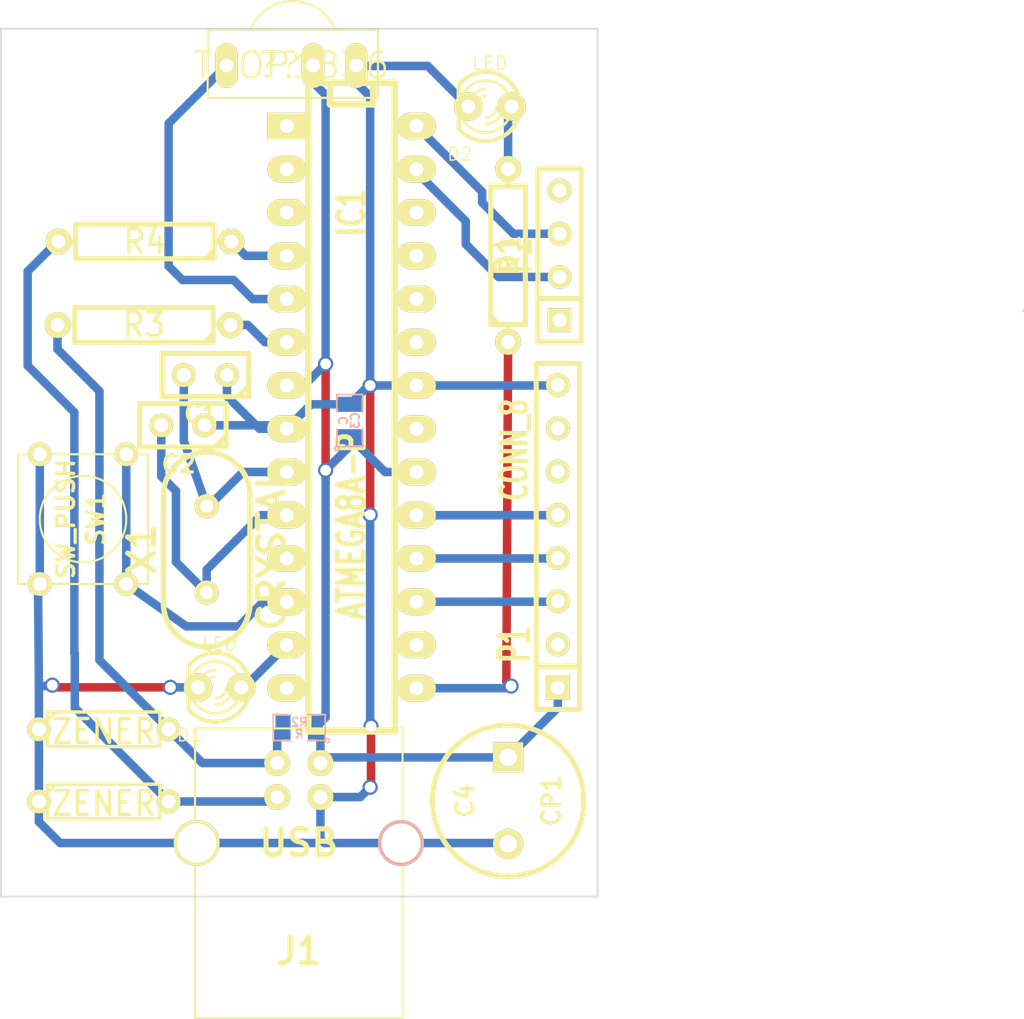
<source format=kicad_pcb>
(kicad_pcb (version 3) (host pcbnew "(2013-07-07 BZR 4022)-stable")

  (general
    (links 45)
    (no_connects 0)
    (area 40.843999 31.572999 75.996001 82.650801)
    (thickness 1.6)
    (drawings 5)
    (tracks 141)
    (zones 0)
    (modules 19)
    (nets 19)
  )

  (page A4)
  (layers
    (15 F.Cu signal)
    (0 B.Cu signal)
    (16 B.Adhes user)
    (17 F.Adhes user)
    (18 B.Paste user)
    (19 F.Paste user)
    (20 B.SilkS user)
    (21 F.SilkS user)
    (22 B.Mask user)
    (23 F.Mask user)
    (24 Dwgs.User user)
    (25 Cmts.User user)
    (26 Eco1.User user)
    (27 Eco2.User user)
    (28 Edge.Cuts user)
  )

  (setup
    (last_trace_width 0.5)
    (trace_clearance 0.254)
    (zone_clearance 0.508)
    (zone_45_only no)
    (trace_min 0.254)
    (segment_width 0.2)
    (edge_width 0.1)
    (via_size 0.889)
    (via_drill 0.635)
    (via_min_size 0.889)
    (via_min_drill 0.508)
    (uvia_size 0.508)
    (uvia_drill 0.127)
    (uvias_allowed no)
    (uvia_min_size 0.508)
    (uvia_min_drill 0.127)
    (pcb_text_width 0.3)
    (pcb_text_size 1.5 1.5)
    (mod_edge_width 0.15)
    (mod_text_size 1 1)
    (mod_text_width 0.15)
    (pad_size 1.3208 2.6416)
    (pad_drill 0.8128)
    (pad_to_mask_clearance 0)
    (aux_axis_origin 21.6916 19.7104)
    (visible_elements FFFFFFBF)
    (pcbplotparams
      (layerselection 271613952)
      (usegerberextensions false)
      (excludeedgelayer true)
      (linewidth 0.150000)
      (plotframeref false)
      (viasonmask false)
      (mode 1)
      (useauxorigin false)
      (hpglpennumber 1)
      (hpglpenspeed 20)
      (hpglpendiameter 15)
      (hpglpenoverlay 2)
      (psnegative false)
      (psa4output false)
      (plotreference true)
      (plotvalue true)
      (plotothertext true)
      (plotinvisibletext false)
      (padsonsilk false)
      (subtractmaskfromsilk false)
      (outputformat 5)
      (mirror false)
      (drillshape 0)
      (scaleselection 1)
      (outputdirectory "C:/Documents and Settings/shargalin.MITEX/Рабочий стол/"))
  )

  (net 0 "")
  (net 1 GND)
  (net 2 N-000001)
  (net 3 N-0000013)
  (net 4 N-0000014)
  (net 5 N-0000018)
  (net 6 N-0000019)
  (net 7 N-000002)
  (net 8 N-0000020)
  (net 9 N-0000021)
  (net 10 N-000003)
  (net 11 N-0000033)
  (net 12 N-0000034)
  (net 13 N-000004)
  (net 14 N-000005)
  (net 15 N-000006)
  (net 16 N-000007)
  (net 17 N-000008)
  (net 18 VCC)

  (net_class Default "Это класс цепей по умолчанию."
    (clearance 0.254)
    (trace_width 0.5)
    (via_dia 0.889)
    (via_drill 0.635)
    (uvia_dia 0.508)
    (uvia_drill 0.127)
    (add_net "")
    (add_net GND)
    (add_net N-000001)
    (add_net N-0000013)
    (add_net N-0000014)
    (add_net N-0000018)
    (add_net N-0000019)
    (add_net N-000002)
    (add_net N-0000020)
    (add_net N-0000021)
    (add_net N-000003)
    (add_net N-0000033)
    (add_net N-0000034)
    (add_net N-000004)
    (add_net N-000005)
    (add_net N-000006)
    (add_net N-000007)
    (add_net N-000008)
    (add_net VCC)
  )

  (module USB_B (layer F.Cu) (tedit 48A935FA) (tstamp 58A87C78)
    (at 58.3946 79.4512)
    (tags USB)
    (path /58A865F4)
    (fp_text reference J1 (at 0 6.35) (layer F.SilkS)
      (effects (font (size 1.524 1.524) (thickness 0.3048)))
    )
    (fp_text value USB (at 0 0) (layer F.SilkS)
      (effects (font (size 1.524 1.524) (thickness 0.3048)))
    )
    (fp_line (start -6.096 10.287) (end 6.096 10.287) (layer F.SilkS) (width 0.127))
    (fp_line (start 6.096 10.287) (end 6.096 -6.731) (layer F.SilkS) (width 0.127))
    (fp_line (start 6.096 -6.731) (end -6.096 -6.731) (layer F.SilkS) (width 0.127))
    (fp_line (start -6.096 -6.731) (end -6.096 10.287) (layer F.SilkS) (width 0.127))
    (pad 1 thru_hole circle (at 1.27 -4.699) (size 1.524 1.524) (drill 0.8128)
      (layers *.Cu *.Mask F.SilkS)
      (net 18 VCC)
    )
    (pad 2 thru_hole circle (at -1.27 -4.699) (size 1.524 1.524) (drill 0.8128)
      (layers *.Cu *.Mask F.SilkS)
      (net 9 N-0000021)
    )
    (pad 3 thru_hole circle (at -1.27 -2.70002) (size 1.524 1.524) (drill 0.8128)
      (layers *.Cu *.Mask F.SilkS)
      (net 8 N-0000020)
    )
    (pad 4 thru_hole circle (at 1.27 -2.70002) (size 1.524 1.524) (drill 0.8128)
      (layers *.Cu *.Mask F.SilkS)
      (net 1 GND)
    )
    (pad 5 np_thru_hole circle (at 5.99948 0) (size 2.70002 2.70002) (drill 2.30124)
      (layers *.Cu *.SilkS *.Mask)
      (net 1 GND)
    )
    (pad 6 thru_hole circle (at -5.99948 0) (size 2.70002 2.70002) (drill 2.30124)
      (layers *.Cu *.Mask F.SilkS)
      (net 1 GND)
    )
    (model connectors/USB_type_B.wrl
      (at (xyz 0 0 0.001))
      (scale (xyz 0.3937 0.3937 0.3937))
      (rotate (xyz 0 0 0))
    )
  )

  (module SW_PUSH_SMALL (layer F.Cu) (tedit 46544DB3) (tstamp 58A87C95)
    (at 45.72 60.4266 270)
    (path /58A87814)
    (fp_text reference SW1 (at 0 -0.762 270) (layer F.SilkS)
      (effects (font (size 1.016 1.016) (thickness 0.2032)))
    )
    (fp_text value SW_PUSH (at 0 1.016 270) (layer F.SilkS)
      (effects (font (size 1.016 1.016) (thickness 0.2032)))
    )
    (fp_circle (center 0 0) (end 0 -2.54) (layer F.SilkS) (width 0.127))
    (fp_line (start -3.81 -3.81) (end 3.81 -3.81) (layer F.SilkS) (width 0.127))
    (fp_line (start 3.81 -3.81) (end 3.81 3.81) (layer F.SilkS) (width 0.127))
    (fp_line (start 3.81 3.81) (end -3.81 3.81) (layer F.SilkS) (width 0.127))
    (fp_line (start -3.81 -3.81) (end -3.81 3.81) (layer F.SilkS) (width 0.127))
    (pad 1 thru_hole circle (at 3.81 -2.54 270) (size 1.397 1.397) (drill 0.8128)
      (layers *.Cu *.Mask F.SilkS)
      (net 16 N-000007)
    )
    (pad 2 thru_hole circle (at 3.81 2.54 270) (size 1.397 1.397) (drill 0.8128)
      (layers *.Cu *.Mask F.SilkS)
      (net 1 GND)
    )
    (pad 1 thru_hole circle (at -3.81 -2.54 270) (size 1.397 1.397) (drill 0.8128)
      (layers *.Cu *.Mask F.SilkS)
      (net 16 N-000007)
    )
    (pad 2 thru_hole circle (at -3.81 2.54 270) (size 1.397 1.397) (drill 0.8128)
      (layers *.Cu *.Mask F.SilkS)
      (net 1 GND)
    )
  )

  (module SIL-8 (layer F.Cu) (tedit 200000) (tstamp 58A87CA6)
    (at 73.6092 61.4426 90)
    (descr "Connecteur 8 pins")
    (tags "CONN DEV")
    (path /58A87676)
    (fp_text reference P1 (at -6.35 -2.54 90) (layer F.SilkS)
      (effects (font (size 1.72974 1.08712) (thickness 0.3048)))
    )
    (fp_text value CONN_8 (at 5.08 -2.54 90) (layer F.SilkS)
      (effects (font (size 1.524 1.016) (thickness 0.3048)))
    )
    (fp_line (start -10.16 -1.27) (end 10.16 -1.27) (layer F.SilkS) (width 0.3048))
    (fp_line (start 10.16 -1.27) (end 10.16 1.27) (layer F.SilkS) (width 0.3048))
    (fp_line (start 10.16 1.27) (end -10.16 1.27) (layer F.SilkS) (width 0.3048))
    (fp_line (start -10.16 1.27) (end -10.16 -1.27) (layer F.SilkS) (width 0.3048))
    (fp_line (start -7.62 1.27) (end -7.62 -1.27) (layer F.SilkS) (width 0.3048))
    (pad 1 thru_hole rect (at -8.89 0 90) (size 1.397 1.397) (drill 0.8128)
      (layers *.Cu *.Mask F.SilkS)
      (net 18 VCC)
    )
    (pad 2 thru_hole circle (at -6.35 0 90) (size 1.397 1.397) (drill 0.8128)
      (layers *.Cu *.Mask F.SilkS)
    )
    (pad 3 thru_hole circle (at -3.81 0 90) (size 1.397 1.397) (drill 0.8128)
      (layers *.Cu *.Mask F.SilkS)
      (net 14 N-000005)
    )
    (pad 4 thru_hole circle (at -1.27 0 90) (size 1.397 1.397) (drill 0.8128)
      (layers *.Cu *.Mask F.SilkS)
      (net 15 N-000006)
    )
    (pad 5 thru_hole circle (at 1.27 0 90) (size 1.397 1.397) (drill 0.8128)
      (layers *.Cu *.Mask F.SilkS)
      (net 2 N-000001)
    )
    (pad 6 thru_hole circle (at 3.81 0 90) (size 1.397 1.397) (drill 0.8128)
      (layers *.Cu *.Mask F.SilkS)
    )
    (pad 7 thru_hole circle (at 6.35 0 90) (size 1.397 1.397) (drill 0.8128)
      (layers *.Cu *.Mask F.SilkS)
    )
    (pad 8 thru_hole circle (at 8.89 0 90) (size 1.397 1.397) (drill 0.8128)
      (layers *.Cu *.Mask F.SilkS)
      (net 1 GND)
    )
  )

  (module R4 (layer F.Cu) (tedit 200000) (tstamp 58A87CC2)
    (at 49.3014 49.022 180)
    (descr "Resitance 4 pas")
    (tags R)
    (path /58A87CA0)
    (autoplace_cost180 10)
    (fp_text reference R3 (at 0 0 180) (layer F.SilkS)
      (effects (font (size 1.397 1.27) (thickness 0.2032)))
    )
    (fp_text value R (at 0 0 180) (layer F.SilkS) hide
      (effects (font (size 1.397 1.27) (thickness 0.2032)))
    )
    (fp_line (start -5.08 0) (end -4.064 0) (layer F.SilkS) (width 0.3048))
    (fp_line (start -4.064 0) (end -4.064 -1.016) (layer F.SilkS) (width 0.3048))
    (fp_line (start -4.064 -1.016) (end 4.064 -1.016) (layer F.SilkS) (width 0.3048))
    (fp_line (start 4.064 -1.016) (end 4.064 1.016) (layer F.SilkS) (width 0.3048))
    (fp_line (start 4.064 1.016) (end -4.064 1.016) (layer F.SilkS) (width 0.3048))
    (fp_line (start -4.064 1.016) (end -4.064 0) (layer F.SilkS) (width 0.3048))
    (fp_line (start -4.064 -0.508) (end -3.556 -1.016) (layer F.SilkS) (width 0.3048))
    (fp_line (start 5.08 0) (end 4.064 0) (layer F.SilkS) (width 0.3048))
    (pad 1 thru_hole circle (at -5.08 0 180) (size 1.524 1.524) (drill 0.8128)
      (layers *.Cu *.Mask F.SilkS)
      (net 5 N-0000018)
    )
    (pad 2 thru_hole circle (at 5.08 0 180) (size 1.524 1.524) (drill 0.8128)
      (layers *.Cu *.Mask F.SilkS)
      (net 9 N-0000021)
    )
    (model discret/resistor.wrl
      (at (xyz 0 0 0))
      (scale (xyz 0.4 0.4 0.4))
      (rotate (xyz 0 0 0))
    )
  )

  (module R4 (layer F.Cu) (tedit 200000) (tstamp 58A87CD0)
    (at 49.3522 44.1198 180)
    (descr "Resitance 4 pas")
    (tags R)
    (path /58A87C91)
    (autoplace_cost180 10)
    (fp_text reference R4 (at 0 0 180) (layer F.SilkS)
      (effects (font (size 1.397 1.27) (thickness 0.2032)))
    )
    (fp_text value R (at 0 0 180) (layer F.SilkS) hide
      (effects (font (size 1.397 1.27) (thickness 0.2032)))
    )
    (fp_line (start -5.08 0) (end -4.064 0) (layer F.SilkS) (width 0.3048))
    (fp_line (start -4.064 0) (end -4.064 -1.016) (layer F.SilkS) (width 0.3048))
    (fp_line (start -4.064 -1.016) (end 4.064 -1.016) (layer F.SilkS) (width 0.3048))
    (fp_line (start 4.064 -1.016) (end 4.064 1.016) (layer F.SilkS) (width 0.3048))
    (fp_line (start 4.064 1.016) (end -4.064 1.016) (layer F.SilkS) (width 0.3048))
    (fp_line (start -4.064 1.016) (end -4.064 0) (layer F.SilkS) (width 0.3048))
    (fp_line (start -4.064 -0.508) (end -3.556 -1.016) (layer F.SilkS) (width 0.3048))
    (fp_line (start 5.08 0) (end 4.064 0) (layer F.SilkS) (width 0.3048))
    (pad 1 thru_hole circle (at -5.08 0 180) (size 1.524 1.524) (drill 0.8128)
      (layers *.Cu *.Mask F.SilkS)
      (net 6 N-0000019)
    )
    (pad 2 thru_hole circle (at 5.08 0 180) (size 1.524 1.524) (drill 0.8128)
      (layers *.Cu *.Mask F.SilkS)
      (net 8 N-0000020)
    )
    (model discret/resistor.wrl
      (at (xyz 0 0 0))
      (scale (xyz 0.4 0.4 0.4))
      (rotate (xyz 0 0 0))
    )
  )

  (module R4 (layer F.Cu) (tedit 200000) (tstamp 58A87CDE)
    (at 70.6882 44.9326 90)
    (descr "Resitance 4 pas")
    (tags R)
    (path /58A87380)
    (autoplace_cost180 10)
    (fp_text reference R1 (at 0 0 90) (layer F.SilkS)
      (effects (font (size 1.397 1.27) (thickness 0.2032)))
    )
    (fp_text value R (at 0 0 90) (layer F.SilkS) hide
      (effects (font (size 1.397 1.27) (thickness 0.2032)))
    )
    (fp_line (start -5.08 0) (end -4.064 0) (layer F.SilkS) (width 0.3048))
    (fp_line (start -4.064 0) (end -4.064 -1.016) (layer F.SilkS) (width 0.3048))
    (fp_line (start -4.064 -1.016) (end 4.064 -1.016) (layer F.SilkS) (width 0.3048))
    (fp_line (start 4.064 -1.016) (end 4.064 1.016) (layer F.SilkS) (width 0.3048))
    (fp_line (start 4.064 1.016) (end -4.064 1.016) (layer F.SilkS) (width 0.3048))
    (fp_line (start -4.064 1.016) (end -4.064 0) (layer F.SilkS) (width 0.3048))
    (fp_line (start -4.064 -0.508) (end -3.556 -1.016) (layer F.SilkS) (width 0.3048))
    (fp_line (start 5.08 0) (end 4.064 0) (layer F.SilkS) (width 0.3048))
    (pad 1 thru_hole circle (at -5.08 0 90) (size 1.524 1.524) (drill 0.8128)
      (layers *.Cu *.Mask F.SilkS)
      (net 10 N-000003)
    )
    (pad 2 thru_hole circle (at 5.08 0 90) (size 1.524 1.524) (drill 0.8128)
      (layers *.Cu *.Mask F.SilkS)
      (net 13 N-000004)
    )
    (model discret/resistor.wrl
      (at (xyz 0 0 0))
      (scale (xyz 0.4 0.4 0.4))
      (rotate (xyz 0 0 0))
    )
  )

  (module LED-3MM (layer F.Cu) (tedit 50ADE848) (tstamp 58A87CF7)
    (at 69.6214 36.195 180)
    (descr "LED 3mm - Lead pitch 100mil (2,54mm)")
    (tags "LED led 3mm 3MM 100mil 2,54mm")
    (path /58A873F8)
    (fp_text reference D2 (at 1.778 -2.794 180) (layer F.SilkS)
      (effects (font (size 0.762 0.762) (thickness 0.0889)))
    )
    (fp_text value LED (at 0 2.54 180) (layer F.SilkS)
      (effects (font (size 0.762 0.762) (thickness 0.0889)))
    )
    (fp_line (start 1.8288 1.27) (end 1.8288 -1.27) (layer F.SilkS) (width 0.254))
    (fp_arc (start 0.254 0) (end -1.27 0) (angle 39.8) (layer F.SilkS) (width 0.1524))
    (fp_arc (start 0.254 0) (end -0.88392 1.01092) (angle 41.6) (layer F.SilkS) (width 0.1524))
    (fp_arc (start 0.254 0) (end 1.4097 -0.9906) (angle 40.6) (layer F.SilkS) (width 0.1524))
    (fp_arc (start 0.254 0) (end 1.778 0) (angle 39.8) (layer F.SilkS) (width 0.1524))
    (fp_arc (start 0.254 0) (end 0.254 -1.524) (angle 54.4) (layer F.SilkS) (width 0.1524))
    (fp_arc (start 0.254 0) (end -0.9652 -0.9144) (angle 53.1) (layer F.SilkS) (width 0.1524))
    (fp_arc (start 0.254 0) (end 1.45542 0.93472) (angle 52.1) (layer F.SilkS) (width 0.1524))
    (fp_arc (start 0.254 0) (end 0.254 1.524) (angle 52.1) (layer F.SilkS) (width 0.1524))
    (fp_arc (start 0.254 0) (end -0.381 0) (angle 90) (layer F.SilkS) (width 0.1524))
    (fp_arc (start 0.254 0) (end -0.762 0) (angle 90) (layer F.SilkS) (width 0.1524))
    (fp_arc (start 0.254 0) (end 0.889 0) (angle 90) (layer F.SilkS) (width 0.1524))
    (fp_arc (start 0.254 0) (end 1.27 0) (angle 90) (layer F.SilkS) (width 0.1524))
    (fp_arc (start 0.254 0) (end 0.254 -2.032) (angle 50.1) (layer F.SilkS) (width 0.254))
    (fp_arc (start 0.254 0) (end -1.5367 -0.95504) (angle 61.9) (layer F.SilkS) (width 0.254))
    (fp_arc (start 0.254 0) (end 1.8034 1.31064) (angle 49.7) (layer F.SilkS) (width 0.254))
    (fp_arc (start 0.254 0) (end 0.254 2.032) (angle 60.2) (layer F.SilkS) (width 0.254))
    (fp_arc (start 0.254 0) (end -1.778 0) (angle 28.3) (layer F.SilkS) (width 0.254))
    (fp_arc (start 0.254 0) (end -1.47574 1.06426) (angle 31.6) (layer F.SilkS) (width 0.254))
    (pad 1 thru_hole circle (at -1.27 0 180) (size 1.6764 1.6764) (drill 0.8128)
      (layers *.Cu *.Mask F.SilkS)
      (net 13 N-000004)
    )
    (pad 2 thru_hole circle (at 1.27 0 180) (size 1.6764 1.6764) (drill 0.8128)
      (layers *.Cu *.Mask F.SilkS)
      (net 1 GND)
    )
    (model discret/leds/led3_vertical_verde.wrl
      (at (xyz 0 0 0))
      (scale (xyz 1 1 1))
      (rotate (xyz 0 0 0))
    )
  )

  (module LED-3MM (layer F.Cu) (tedit 50ADE848) (tstamp 58A87D10)
    (at 53.7464 70.3072 180)
    (descr "LED 3mm - Lead pitch 100mil (2,54mm)")
    (tags "LED led 3mm 3MM 100mil 2,54mm")
    (path /58A8785B)
    (fp_text reference D1 (at 1.778 -2.794 180) (layer F.SilkS)
      (effects (font (size 0.762 0.762) (thickness 0.0889)))
    )
    (fp_text value LED (at 0 2.54 180) (layer F.SilkS)
      (effects (font (size 0.762 0.762) (thickness 0.0889)))
    )
    (fp_line (start 1.8288 1.27) (end 1.8288 -1.27) (layer F.SilkS) (width 0.254))
    (fp_arc (start 0.254 0) (end -1.27 0) (angle 39.8) (layer F.SilkS) (width 0.1524))
    (fp_arc (start 0.254 0) (end -0.88392 1.01092) (angle 41.6) (layer F.SilkS) (width 0.1524))
    (fp_arc (start 0.254 0) (end 1.4097 -0.9906) (angle 40.6) (layer F.SilkS) (width 0.1524))
    (fp_arc (start 0.254 0) (end 1.778 0) (angle 39.8) (layer F.SilkS) (width 0.1524))
    (fp_arc (start 0.254 0) (end 0.254 -1.524) (angle 54.4) (layer F.SilkS) (width 0.1524))
    (fp_arc (start 0.254 0) (end -0.9652 -0.9144) (angle 53.1) (layer F.SilkS) (width 0.1524))
    (fp_arc (start 0.254 0) (end 1.45542 0.93472) (angle 52.1) (layer F.SilkS) (width 0.1524))
    (fp_arc (start 0.254 0) (end 0.254 1.524) (angle 52.1) (layer F.SilkS) (width 0.1524))
    (fp_arc (start 0.254 0) (end -0.381 0) (angle 90) (layer F.SilkS) (width 0.1524))
    (fp_arc (start 0.254 0) (end -0.762 0) (angle 90) (layer F.SilkS) (width 0.1524))
    (fp_arc (start 0.254 0) (end 0.889 0) (angle 90) (layer F.SilkS) (width 0.1524))
    (fp_arc (start 0.254 0) (end 1.27 0) (angle 90) (layer F.SilkS) (width 0.1524))
    (fp_arc (start 0.254 0) (end 0.254 -2.032) (angle 50.1) (layer F.SilkS) (width 0.254))
    (fp_arc (start 0.254 0) (end -1.5367 -0.95504) (angle 61.9) (layer F.SilkS) (width 0.254))
    (fp_arc (start 0.254 0) (end 1.8034 1.31064) (angle 49.7) (layer F.SilkS) (width 0.254))
    (fp_arc (start 0.254 0) (end 0.254 2.032) (angle 60.2) (layer F.SilkS) (width 0.254))
    (fp_arc (start 0.254 0) (end -1.778 0) (angle 28.3) (layer F.SilkS) (width 0.254))
    (fp_arc (start 0.254 0) (end -1.47574 1.06426) (angle 31.6) (layer F.SilkS) (width 0.254))
    (pad 1 thru_hole circle (at -1.27 0 180) (size 1.6764 1.6764) (drill 0.8128)
      (layers *.Cu *.Mask F.SilkS)
      (net 17 N-000008)
    )
    (pad 2 thru_hole circle (at 1.27 0 180) (size 1.6764 1.6764) (drill 0.8128)
      (layers *.Cu *.Mask F.SilkS)
      (net 1 GND)
    )
    (model discret/leds/led3_vertical_verde.wrl
      (at (xyz 0 0 0))
      (scale (xyz 1 1 1))
      (rotate (xyz 0 0 0))
    )
  )

  (module HC-49V (layer F.Cu) (tedit 4C5EC450) (tstamp 58A87D1C)
    (at 52.9844 62.2046 90)
    (descr "Quartz boitier HC-49 Vertical")
    (tags "QUARTZ DEV")
    (path /58A86F8D)
    (autoplace_cost180 10)
    (fp_text reference X1 (at 0 -3.81 90) (layer F.SilkS)
      (effects (font (size 1.524 1.524) (thickness 0.3048)))
    )
    (fp_text value CRYSTAL (at 0 3.81 90) (layer F.SilkS)
      (effects (font (size 1.524 1.524) (thickness 0.3048)))
    )
    (fp_line (start -3.175 2.54) (end 3.175 2.54) (layer F.SilkS) (width 0.3175))
    (fp_line (start -3.175 -2.54) (end 3.175 -2.54) (layer F.SilkS) (width 0.3175))
    (fp_arc (start 3.175 0) (end 3.175 -2.54) (angle 90) (layer F.SilkS) (width 0.3175))
    (fp_arc (start 3.175 0) (end 5.715 0) (angle 90) (layer F.SilkS) (width 0.3175))
    (fp_arc (start -3.175 0) (end -5.715 0) (angle 90) (layer F.SilkS) (width 0.3175))
    (fp_arc (start -3.175 0) (end -3.175 2.54) (angle 90) (layer F.SilkS) (width 0.3175))
    (pad 1 thru_hole circle (at -2.54 0 90) (size 1.4224 1.4224) (drill 0.762)
      (layers *.Cu *.Mask F.SilkS)
      (net 12 N-0000034)
    )
    (pad 2 thru_hole circle (at 2.54 0 90) (size 1.4224 1.4224) (drill 0.762)
      (layers *.Cu *.Mask F.SilkS)
      (net 11 N-0000033)
    )
    (model discret/xtal/crystal_hc18u_vertical.wrl
      (at (xyz 0 0 0))
      (scale (xyz 1 1 0.2))
      (rotate (xyz 0 0 0))
    )
  )

  (module DIP-28__300_ELL (layer F.Cu) (tedit 200000) (tstamp 58A87D43)
    (at 61.4934 53.848 270)
    (descr "28 pins DIL package, elliptical pads, width 300mil")
    (tags DIL)
    (path /58A864BD)
    (fp_text reference IC1 (at -11.43 0 270) (layer F.SilkS)
      (effects (font (size 1.524 1.143) (thickness 0.3048)))
    )
    (fp_text value ATMEGA8A-P (at 6.985 0 270) (layer F.SilkS)
      (effects (font (size 1.524 1.143) (thickness 0.3048)))
    )
    (fp_line (start -19.05 -2.54) (end 19.05 -2.54) (layer F.SilkS) (width 0.381))
    (fp_line (start 19.05 -2.54) (end 19.05 2.54) (layer F.SilkS) (width 0.381))
    (fp_line (start 19.05 2.54) (end -19.05 2.54) (layer F.SilkS) (width 0.381))
    (fp_line (start -19.05 2.54) (end -19.05 -2.54) (layer F.SilkS) (width 0.381))
    (fp_line (start -19.05 -1.27) (end -17.78 -1.27) (layer F.SilkS) (width 0.381))
    (fp_line (start -17.78 -1.27) (end -17.78 1.27) (layer F.SilkS) (width 0.381))
    (fp_line (start -17.78 1.27) (end -19.05 1.27) (layer F.SilkS) (width 0.381))
    (pad 2 thru_hole oval (at -13.97 3.81 270) (size 1.5748 2.286) (drill 0.8128)
      (layers *.Cu *.Mask F.SilkS)
    )
    (pad 3 thru_hole oval (at -11.43 3.81 270) (size 1.5748 2.286) (drill 0.8128)
      (layers *.Cu *.Mask F.SilkS)
    )
    (pad 4 thru_hole oval (at -8.89 3.81 270) (size 1.5748 2.286) (drill 0.8128)
      (layers *.Cu *.Mask F.SilkS)
      (net 6 N-0000019)
    )
    (pad 5 thru_hole oval (at -6.35 3.81 270) (size 1.5748 2.286) (drill 0.8128)
      (layers *.Cu *.Mask F.SilkS)
      (net 7 N-000002)
    )
    (pad 6 thru_hole oval (at -3.81 3.81 270) (size 1.5748 2.286) (drill 0.8128)
      (layers *.Cu *.Mask F.SilkS)
      (net 5 N-0000018)
    )
    (pad 7 thru_hole oval (at -1.27 3.81 270) (size 1.5748 2.286) (drill 0.8128)
      (layers *.Cu *.Mask F.SilkS)
      (net 18 VCC)
    )
    (pad 8 thru_hole oval (at 1.27 3.81 270) (size 1.5748 2.286) (drill 0.8128)
      (layers *.Cu *.Mask F.SilkS)
      (net 1 GND)
    )
    (pad 9 thru_hole oval (at 3.81 3.81 270) (size 1.5748 2.286) (drill 0.8128)
      (layers *.Cu *.Mask F.SilkS)
      (net 11 N-0000033)
    )
    (pad 10 thru_hole oval (at 6.35 3.81 270) (size 1.5748 2.286) (drill 0.8128)
      (layers *.Cu *.Mask F.SilkS)
      (net 12 N-0000034)
    )
    (pad 11 thru_hole oval (at 8.89 3.81 270) (size 1.5748 2.286) (drill 0.8128)
      (layers *.Cu *.Mask F.SilkS)
    )
    (pad 12 thru_hole oval (at 11.43 3.81 270) (size 1.5748 2.286) (drill 0.8128)
      (layers *.Cu *.Mask F.SilkS)
      (net 16 N-000007)
    )
    (pad 13 thru_hole oval (at 13.97 3.81 270) (size 1.5748 2.286) (drill 0.8128)
      (layers *.Cu *.Mask F.SilkS)
      (net 17 N-000008)
    )
    (pad 14 thru_hole oval (at 16.51 3.81 270) (size 1.5748 2.286) (drill 0.8128)
      (layers *.Cu *.Mask F.SilkS)
    )
    (pad 1 thru_hole rect (at -16.51 3.81 270) (size 1.5748 2.286) (drill 0.8128)
      (layers *.Cu *.Mask F.SilkS)
    )
    (pad 15 thru_hole oval (at 16.51 -3.81 270) (size 1.5748 2.286) (drill 0.8128)
      (layers *.Cu *.Mask F.SilkS)
      (net 10 N-000003)
    )
    (pad 16 thru_hole oval (at 13.97 -3.81 270) (size 1.5748 2.286) (drill 0.8128)
      (layers *.Cu *.Mask F.SilkS)
    )
    (pad 17 thru_hole oval (at 11.43 -3.81 270) (size 1.5748 2.286) (drill 0.8128)
      (layers *.Cu *.Mask F.SilkS)
      (net 14 N-000005)
    )
    (pad 18 thru_hole oval (at 8.89 -3.81 270) (size 1.5748 2.286) (drill 0.8128)
      (layers *.Cu *.Mask F.SilkS)
      (net 15 N-000006)
    )
    (pad 19 thru_hole oval (at 6.35 -3.81 270) (size 1.5748 2.286) (drill 0.8128)
      (layers *.Cu *.Mask F.SilkS)
      (net 2 N-000001)
    )
    (pad 20 thru_hole oval (at 3.81 -3.81 270) (size 1.5748 2.286) (drill 0.8128)
      (layers *.Cu *.Mask F.SilkS)
      (net 18 VCC)
    )
    (pad 21 thru_hole oval (at 1.27 -3.81 270) (size 1.5748 2.286) (drill 0.8128)
      (layers *.Cu *.Mask F.SilkS)
    )
    (pad 22 thru_hole oval (at -1.27 -3.81 270) (size 1.5748 2.286) (drill 0.8128)
      (layers *.Cu *.Mask F.SilkS)
      (net 1 GND)
    )
    (pad 23 thru_hole oval (at -3.81 -3.81 270) (size 1.5748 2.286) (drill 0.8128)
      (layers *.Cu *.Mask F.SilkS)
    )
    (pad 24 thru_hole oval (at -6.35 -3.81 270) (size 1.5748 2.286) (drill 0.8128)
      (layers *.Cu *.Mask F.SilkS)
    )
    (pad 25 thru_hole oval (at -8.89 -3.81 270) (size 1.5748 2.286) (drill 0.8128)
      (layers *.Cu *.Mask F.SilkS)
    )
    (pad 26 thru_hole oval (at -11.43 -3.81 270) (size 1.5748 2.286) (drill 0.8128)
      (layers *.Cu *.Mask F.SilkS)
    )
    (pad 27 thru_hole oval (at -13.97 -3.81 270) (size 1.5748 2.286) (drill 0.8128)
      (layers *.Cu *.Mask F.SilkS)
      (net 3 N-0000013)
    )
    (pad 28 thru_hole oval (at -16.51 -3.81 270) (size 1.5748 2.286) (drill 0.8128)
      (layers *.Cu *.Mask F.SilkS)
      (net 4 N-0000014)
    )
    (model dil/dil_28-w300.wrl
      (at (xyz 0 0 0))
      (scale (xyz 1 1 1))
      (rotate (xyz 0 0 0))
    )
  )

  (module C1 (layer F.Cu) (tedit 3F92C496) (tstamp 58A87D84)
    (at 51.5874 54.9148 180)
    (descr "Condensateur e = 1 pas")
    (tags C)
    (path /58A86788)
    (fp_text reference C2 (at 0.254 -2.286 180) (layer F.SilkS)
      (effects (font (size 1.016 1.016) (thickness 0.2032)))
    )
    (fp_text value C (at 0 -2.286 180) (layer F.SilkS) hide
      (effects (font (size 1.016 1.016) (thickness 0.2032)))
    )
    (fp_line (start -2.4892 -1.27) (end 2.54 -1.27) (layer F.SilkS) (width 0.3048))
    (fp_line (start 2.54 -1.27) (end 2.54 1.27) (layer F.SilkS) (width 0.3048))
    (fp_line (start 2.54 1.27) (end -2.54 1.27) (layer F.SilkS) (width 0.3048))
    (fp_line (start -2.54 1.27) (end -2.54 -1.27) (layer F.SilkS) (width 0.3048))
    (fp_line (start -2.54 -0.635) (end -1.905 -1.27) (layer F.SilkS) (width 0.3048))
    (pad 1 thru_hole circle (at -1.27 0 180) (size 1.397 1.397) (drill 0.8128)
      (layers *.Cu *.Mask F.SilkS)
      (net 1 GND)
    )
    (pad 2 thru_hole circle (at 1.27 0 180) (size 1.397 1.397) (drill 0.8128)
      (layers *.Cu *.Mask F.SilkS)
      (net 12 N-0000034)
    )
    (model discret/capa_1_pas.wrl
      (at (xyz 0 0 0))
      (scale (xyz 1 1 1))
      (rotate (xyz 0 0 0))
    )
  )

  (module C1 (layer F.Cu) (tedit 3F92C496) (tstamp 58A87D8F)
    (at 52.9082 51.9684 180)
    (descr "Condensateur e = 1 pas")
    (tags C)
    (path /58A86779)
    (fp_text reference C1 (at 0.254 -2.286 180) (layer F.SilkS)
      (effects (font (size 1.016 1.016) (thickness 0.2032)))
    )
    (fp_text value C (at 0 -2.286 180) (layer F.SilkS) hide
      (effects (font (size 1.016 1.016) (thickness 0.2032)))
    )
    (fp_line (start -2.4892 -1.27) (end 2.54 -1.27) (layer F.SilkS) (width 0.3048))
    (fp_line (start 2.54 -1.27) (end 2.54 1.27) (layer F.SilkS) (width 0.3048))
    (fp_line (start 2.54 1.27) (end -2.54 1.27) (layer F.SilkS) (width 0.3048))
    (fp_line (start -2.54 1.27) (end -2.54 -1.27) (layer F.SilkS) (width 0.3048))
    (fp_line (start -2.54 -0.635) (end -1.905 -1.27) (layer F.SilkS) (width 0.3048))
    (pad 1 thru_hole circle (at -1.27 0 180) (size 1.397 1.397) (drill 0.8128)
      (layers *.Cu *.Mask F.SilkS)
      (net 1 GND)
    )
    (pad 2 thru_hole circle (at 1.27 0 180) (size 1.397 1.397) (drill 0.8128)
      (layers *.Cu *.Mask F.SilkS)
      (net 11 N-0000033)
    )
    (model discret/capa_1_pas.wrl
      (at (xyz 0 0 0))
      (scale (xyz 1 1 1))
      (rotate (xyz 0 0 0))
    )
  )

  (module SM0805 (layer B.Cu) (tedit 5091495C) (tstamp 58A87CB4)
    (at 58.42 72.6694 180)
    (path /58A87F5F)
    (attr smd)
    (fp_text reference R2 (at 0 0.3175 180) (layer B.SilkS)
      (effects (font (size 0.50038 0.50038) (thickness 0.10922)) (justify mirror))
    )
    (fp_text value R (at 0 -0.381 180) (layer B.SilkS)
      (effects (font (size 0.50038 0.50038) (thickness 0.10922)) (justify mirror))
    )
    (fp_circle (center -1.651 -0.762) (end -1.651 -0.635) (layer B.SilkS) (width 0.09906))
    (fp_line (start -0.508 -0.762) (end -1.524 -0.762) (layer B.SilkS) (width 0.09906))
    (fp_line (start -1.524 -0.762) (end -1.524 0.762) (layer B.SilkS) (width 0.09906))
    (fp_line (start -1.524 0.762) (end -0.508 0.762) (layer B.SilkS) (width 0.09906))
    (fp_line (start 0.508 0.762) (end 1.524 0.762) (layer B.SilkS) (width 0.09906))
    (fp_line (start 1.524 0.762) (end 1.524 -0.762) (layer B.SilkS) (width 0.09906))
    (fp_line (start 1.524 -0.762) (end 0.508 -0.762) (layer B.SilkS) (width 0.09906))
    (pad 1 smd rect (at -0.9525 0 180) (size 0.889 1.397)
      (layers B.Cu B.Paste B.Mask)
      (net 18 VCC)
    )
    (pad 2 smd rect (at 0.9525 0 180) (size 0.889 1.397)
      (layers B.Cu B.Paste B.Mask)
      (net 9 N-0000021)
    )
    (model smd/chip_cms.wrl
      (at (xyz 0 0 0))
      (scale (xyz 0.1 0.1 0.1))
      (rotate (xyz 0 0 0))
    )
  )

  (module SM0805 (layer B.Cu) (tedit 5091495C) (tstamp 58A87D79)
    (at 61.3918 54.6354 90)
    (path /58A879C3)
    (attr smd)
    (fp_text reference C3 (at 0 0.3175 90) (layer B.SilkS)
      (effects (font (size 0.50038 0.50038) (thickness 0.10922)) (justify mirror))
    )
    (fp_text value C (at 0 -0.381 90) (layer B.SilkS)
      (effects (font (size 0.50038 0.50038) (thickness 0.10922)) (justify mirror))
    )
    (fp_circle (center -1.651 -0.762) (end -1.651 -0.635) (layer B.SilkS) (width 0.09906))
    (fp_line (start -0.508 -0.762) (end -1.524 -0.762) (layer B.SilkS) (width 0.09906))
    (fp_line (start -1.524 -0.762) (end -1.524 0.762) (layer B.SilkS) (width 0.09906))
    (fp_line (start -1.524 0.762) (end -0.508 0.762) (layer B.SilkS) (width 0.09906))
    (fp_line (start 0.508 0.762) (end 1.524 0.762) (layer B.SilkS) (width 0.09906))
    (fp_line (start 1.524 0.762) (end 1.524 -0.762) (layer B.SilkS) (width 0.09906))
    (fp_line (start 1.524 -0.762) (end 0.508 -0.762) (layer B.SilkS) (width 0.09906))
    (pad 1 smd rect (at -0.9525 0 90) (size 0.889 1.397)
      (layers B.Cu B.Paste B.Mask)
      (net 18 VCC)
    )
    (pad 2 smd rect (at 0.9525 0 90) (size 0.889 1.397)
      (layers B.Cu B.Paste B.Mask)
      (net 1 GND)
    )
    (model smd/chip_cms.wrl
      (at (xyz 0 0 0))
      (scale (xyz 0.1 0.1 0.1))
      (rotate (xyz 0 0 0))
    )
  )

  (module SIL-4 (layer F.Cu) (tedit 200000) (tstamp 58A890BC)
    (at 73.7108 44.9326 90)
    (descr "Connecteur 4 pibs")
    (tags "CONN DEV")
    (path /58A88FF0)
    (fp_text reference P2 (at 0 -2.54 90) (layer F.SilkS)
      (effects (font (size 1.73482 1.08712) (thickness 0.3048)))
    )
    (fp_text value CONN_4 (at 0 -2.54 90) (layer F.SilkS) hide
      (effects (font (size 1.524 1.016) (thickness 0.3048)))
    )
    (fp_line (start -5.08 -1.27) (end -5.08 -1.27) (layer F.SilkS) (width 0.3048))
    (fp_line (start -5.08 1.27) (end -5.08 -1.27) (layer F.SilkS) (width 0.3048))
    (fp_line (start -5.08 -1.27) (end -5.08 -1.27) (layer F.SilkS) (width 0.3048))
    (fp_line (start -5.08 -1.27) (end 5.08 -1.27) (layer F.SilkS) (width 0.3048))
    (fp_line (start 5.08 -1.27) (end 5.08 1.27) (layer F.SilkS) (width 0.3048))
    (fp_line (start 5.08 1.27) (end -5.08 1.27) (layer F.SilkS) (width 0.3048))
    (fp_line (start -2.54 1.27) (end -2.54 -1.27) (layer F.SilkS) (width 0.3048))
    (pad 1 thru_hole rect (at -3.81 0 90) (size 1.397 1.397) (drill 0.8128)
      (layers *.Cu *.Mask F.SilkS)
    )
    (pad 2 thru_hole circle (at -1.27 0 90) (size 1.397 1.397) (drill 0.8128)
      (layers *.Cu *.Mask F.SilkS)
      (net 3 N-0000013)
    )
    (pad 3 thru_hole circle (at 1.27 0 90) (size 1.397 1.397) (drill 0.8128)
      (layers *.Cu *.Mask F.SilkS)
      (net 4 N-0000014)
    )
    (pad 4 thru_hole circle (at 3.81 0 90) (size 1.397 1.397) (drill 0.8128)
      (layers *.Cu *.Mask F.SilkS)
    )
  )

  (module C2V8 (layer F.Cu) (tedit 46544AA3) (tstamp 58A87D6E)
    (at 70.6882 76.962 270)
    (descr "Condensateur polarise")
    (tags CP)
    (path /58A879D2)
    (fp_text reference C4 (at 0 2.54 270) (layer F.SilkS)
      (effects (font (size 1.016 1.016) (thickness 0.2032)))
    )
    (fp_text value CP1 (at 0 -2.54 270) (layer F.SilkS)
      (effects (font (size 1.016 1.016) (thickness 0.2032)))
    )
    (fp_circle (center 0 0) (end -4.445 0) (layer F.SilkS) (width 0.3048))
    (pad 1 thru_hole rect (at -2.54 0 270) (size 1.778 1.778) (drill 1.016)
      (layers *.Cu *.Mask F.SilkS)
      (net 18 VCC)
    )
    (pad 2 thru_hole circle (at 2.54 0 270) (size 1.778 1.778) (drill 1.016)
      (layers *.Cu *.Mask F.SilkS)
      (net 1 GND)
    )
    (model discret/c_vert_c2v10.wrl
      (at (xyz 0 0 0))
      (scale (xyz 1 1 1))
      (rotate (xyz 0 0 0))
    )
  )

  (module R3 (layer F.Cu) (tedit 4E4C0E65) (tstamp 58A87D51)
    (at 46.9392 77.0128)
    (descr "Resitance 3 pas")
    (tags R)
    (path /58A87DC1)
    (autoplace_cost180 10)
    (fp_text reference D4 (at 0 0.127) (layer F.SilkS) hide
      (effects (font (size 1.397 1.27) (thickness 0.2032)))
    )
    (fp_text value ZENER (at 0 0.127) (layer F.SilkS)
      (effects (font (size 1.397 1.27) (thickness 0.2032)))
    )
    (fp_line (start -3.81 0) (end -3.302 0) (layer F.SilkS) (width 0.2032))
    (fp_line (start 3.81 0) (end 3.302 0) (layer F.SilkS) (width 0.2032))
    (fp_line (start 3.302 0) (end 3.302 -1.016) (layer F.SilkS) (width 0.2032))
    (fp_line (start 3.302 -1.016) (end -3.302 -1.016) (layer F.SilkS) (width 0.2032))
    (fp_line (start -3.302 -1.016) (end -3.302 1.016) (layer F.SilkS) (width 0.2032))
    (fp_line (start -3.302 1.016) (end 3.302 1.016) (layer F.SilkS) (width 0.2032))
    (fp_line (start 3.302 1.016) (end 3.302 0) (layer F.SilkS) (width 0.2032))
    (fp_line (start -3.302 -0.508) (end -2.794 -1.016) (layer F.SilkS) (width 0.2032))
    (pad 1 thru_hole circle (at -3.81 0) (size 1.397 1.397) (drill 0.8128)
      (layers *.Cu *.Mask F.SilkS)
      (net 1 GND)
    )
    (pad 2 thru_hole circle (at 3.81 0) (size 1.397 1.397) (drill 0.8128)
      (layers *.Cu *.Mask F.SilkS)
      (net 8 N-0000020)
    )
    (model discret/resistor.wrl
      (at (xyz 0 0 0))
      (scale (xyz 0.3 0.3 0.3))
      (rotate (xyz 0 0 0))
    )
  )

  (module R3 (layer F.Cu) (tedit 4E4C0E65) (tstamp 58A87D5F)
    (at 46.9392 72.771)
    (descr "Resitance 3 pas")
    (tags R)
    (path /58A87DD0)
    (autoplace_cost180 10)
    (fp_text reference D3 (at 0 0.127) (layer F.SilkS) hide
      (effects (font (size 1.397 1.27) (thickness 0.2032)))
    )
    (fp_text value ZENER (at 0 0.127) (layer F.SilkS)
      (effects (font (size 1.397 1.27) (thickness 0.2032)))
    )
    (fp_line (start -3.81 0) (end -3.302 0) (layer F.SilkS) (width 0.2032))
    (fp_line (start 3.81 0) (end 3.302 0) (layer F.SilkS) (width 0.2032))
    (fp_line (start 3.302 0) (end 3.302 -1.016) (layer F.SilkS) (width 0.2032))
    (fp_line (start 3.302 -1.016) (end -3.302 -1.016) (layer F.SilkS) (width 0.2032))
    (fp_line (start -3.302 -1.016) (end -3.302 1.016) (layer F.SilkS) (width 0.2032))
    (fp_line (start -3.302 1.016) (end 3.302 1.016) (layer F.SilkS) (width 0.2032))
    (fp_line (start 3.302 1.016) (end 3.302 0) (layer F.SilkS) (width 0.2032))
    (fp_line (start -3.302 -0.508) (end -2.794 -1.016) (layer F.SilkS) (width 0.2032))
    (pad 1 thru_hole circle (at -3.81 0) (size 1.397 1.397) (drill 0.8128)
      (layers *.Cu *.Mask F.SilkS)
      (net 1 GND)
    )
    (pad 2 thru_hole circle (at 3.81 0) (size 1.397 1.397) (drill 0.8128)
      (layers *.Cu *.Mask F.SilkS)
      (net 9 N-0000021)
    )
    (model discret/resistor.wrl
      (at (xyz 0 0 0))
      (scale (xyz 0.3 0.3 0.3))
      (rotate (xyz 0 0 0))
    )
  )

  (module tsop-TSOP17XX (layer F.Cu) (tedit 58A89F1B) (tstamp 58A89F72)
    (at 57.9628 33.782 180)
    (path /58A87161)
    (attr virtual)
    (fp_text reference ??1 (at 0 0 180) (layer F.SilkS)
      (effects (font (size 1.524 1.524) (thickness 0.15)))
    )
    (fp_text value TSOP1836 (at 0 0 180) (layer F.SilkS)
      (effects (font (size 1.524 1.524) (thickness 0.15)))
    )
    (fp_line (start -5.08 -1.905) (end -2.5781 -1.905) (layer F.SilkS) (width 0.127))
    (fp_line (start -2.5781 -1.905) (end 2.41808 -1.905) (layer F.SilkS) (width 0.127))
    (fp_line (start 2.41808 -1.905) (end 4.91998 -1.905) (layer F.SilkS) (width 0.127))
    (fp_line (start 4.91998 -1.905) (end 4.91998 2.09296) (layer F.SilkS) (width 0.127))
    (fp_line (start -5.08 2.09296) (end -5.08 -1.905) (layer F.SilkS) (width 0.127))
    (fp_line (start -5.08 2.09296) (end -2.5781 2.09296) (layer F.SilkS) (width 0.127))
    (fp_line (start -2.5781 2.09296) (end 2.41808 2.09296) (layer F.SilkS) (width 0.127))
    (fp_line (start 2.41808 2.09296) (end 4.91998 2.09296) (layer F.SilkS) (width 0.127))
    (fp_arc (start -0.07874 1.09474) (end 2.41808 2.09296) (angle 136.3) (layer F.SilkS) (width 0.127))
    (pad GND thru_hole oval (at -3.81 0 180) (size 1.3208 2.6416) (drill 0.8128)
      (layers *.Cu F.Paste F.SilkS F.Mask)
      (net 1 GND)
    )
    (pad OUT thru_hole oval (at 3.81 0 180) (size 1.3208 2.6416) (drill 0.8128)
      (layers *.Cu F.Paste F.SilkS F.Mask)
      (net 7 N-000002)
    )
    (pad VCC thru_hole oval (at -1.27 0 180) (size 1.3208 2.6416) (drill 0.8128)
      (layers *.Cu F.Paste F.SilkS F.Mask)
      (net 18 VCC)
    )
  )

  (gr_line (start 40.894 82.6008) (end 40.894 31.623) (angle 90) (layer Edge.Cuts) (width 0.1))
  (gr_line (start 75.946 82.6008) (end 40.894 82.6008) (angle 90) (layer Edge.Cuts) (width 0.1))
  (gr_line (start 75.946 31.623) (end 75.946 82.6008) (angle 90) (layer Edge.Cuts) (width 0.1))
  (gr_line (start 40.894 31.623) (end 75.946 31.623) (angle 90) (layer Edge.Cuts) (width 0.1))
  (target plus (at 100.9904 48.1838) (size 0.005) (width 0.1) (layer Edge.Cuts))

  (segment (start 43.1292 70.231) (end 43.8658 70.231) (width 0.5) (layer B.Cu) (net 1))
  (segment (start 50.8508 70.3072) (end 52.4764 70.3072) (width 0.5) (layer B.Cu) (net 1) (tstamp 58A89A6D))
  (via (at 50.8508 70.3072) (size 0.889) (layers F.Cu B.Cu) (net 1))
  (segment (start 44.0436 70.3072) (end 50.8508 70.3072) (width 0.5) (layer F.Cu) (net 1) (tstamp 58A89A67))
  (segment (start 43.9166 70.1802) (end 44.0436 70.3072) (width 0.5) (layer F.Cu) (net 1) (tstamp 58A89A66))
  (via (at 43.9166 70.1802) (size 0.889) (layers F.Cu B.Cu) (net 1))
  (segment (start 43.8658 70.231) (end 43.9166 70.1802) (width 0.5) (layer B.Cu) (net 1) (tstamp 58A89A5D))
  (segment (start 52.8574 54.9148) (end 57.4802 54.9148) (width 0.5) (layer B.Cu) (net 1))
  (segment (start 57.4802 54.9148) (end 57.6834 55.118) (width 0.5) (layer B.Cu) (net 1) (tstamp 58A899DF))
  (segment (start 59.6646 76.75118) (end 62.00902 76.75118) (width 0.5) (layer B.Cu) (net 1))
  (via (at 62.5856 52.578) (size 0.889) (layers F.Cu B.Cu) (net 1))
  (segment (start 62.5856 60.1726) (end 62.5856 52.578) (width 0.5) (layer F.Cu) (net 1) (tstamp 58A8992E))
  (via (at 62.5856 60.1726) (size 0.889) (layers F.Cu B.Cu) (net 1))
  (segment (start 62.5856 72.5424) (end 62.5856 60.1726) (width 0.5) (layer B.Cu) (net 1) (tstamp 58A89928))
  (segment (start 62.6364 72.5932) (end 62.5856 72.5424) (width 0.5) (layer B.Cu) (net 1) (tstamp 58A89927))
  (via (at 62.6364 72.5932) (size 0.889) (layers F.Cu B.Cu) (net 1))
  (segment (start 62.6364 76.1238) (end 62.6364 72.5932) (width 0.5) (layer F.Cu) (net 1) (tstamp 58A8991F))
  (segment (start 62.5856 76.1746) (end 62.6364 76.1238) (width 0.5) (layer F.Cu) (net 1) (tstamp 58A8991E))
  (via (at 62.5856 76.1746) (size 0.889) (layers F.Cu B.Cu) (net 1))
  (segment (start 62.00902 76.75118) (end 62.5856 76.1746) (width 0.5) (layer B.Cu) (net 1) (tstamp 58A89917))
  (segment (start 61.3918 53.6829) (end 59.1185 53.6829) (width 0.5) (layer B.Cu) (net 1))
  (segment (start 59.1185 53.6829) (end 57.6834 55.118) (width 0.5) (layer B.Cu) (net 1) (tstamp 58A89831))
  (segment (start 54.1782 51.9684) (end 54.1782 53.213) (width 0.5) (layer B.Cu) (net 1))
  (segment (start 54.1782 53.213) (end 56.0832 55.118) (width 0.5) (layer B.Cu) (net 1) (tstamp 58A897B7))
  (segment (start 56.0832 55.118) (end 57.6834 55.118) (width 0.5) (layer B.Cu) (net 1) (tstamp 58A897B8))
  (segment (start 61.7474 33.8074) (end 65.9638 33.8074) (width 0.5) (layer B.Cu) (net 1))
  (segment (start 65.9638 33.8074) (end 68.3514 36.195) (width 0.5) (layer B.Cu) (net 1) (tstamp 58A8976C))
  (segment (start 61.7474 33.8074) (end 61.7474 34.7726) (width 0.5) (layer B.Cu) (net 1))
  (segment (start 61.7474 34.7726) (end 62.5856 35.6108) (width 0.5) (layer B.Cu) (net 1) (tstamp 58A89764))
  (segment (start 62.5856 35.6108) (end 62.5856 52.578) (width 0.5) (layer B.Cu) (net 1) (tstamp 58A89766))
  (segment (start 65.3034 52.578) (end 62.5856 52.578) (width 0.5) (layer B.Cu) (net 1))
  (segment (start 62.5856 52.578) (end 62.4967 52.578) (width 0.5) (layer B.Cu) (net 1) (tstamp 58A8976A))
  (segment (start 62.4967 52.578) (end 61.3918 53.6829) (width 0.5) (layer B.Cu) (net 1) (tstamp 58A89757))
  (segment (start 65.3034 52.578) (end 73.5838 52.578) (width 0.5) (layer B.Cu) (net 1))
  (segment (start 73.5838 52.578) (end 73.6092 52.5526) (width 0.5) (layer B.Cu) (net 1) (tstamp 58A89749))
  (segment (start 64.39408 79.4512) (end 70.6374 79.4512) (width 0.5) (layer B.Cu) (net 1))
  (segment (start 70.6374 79.4512) (end 70.6882 79.502) (width 0.5) (layer B.Cu) (net 1) (tstamp 58A896FE))
  (segment (start 43.18 64.2366) (end 43.18 56.6166) (width 0.5) (layer B.Cu) (net 1) (status 30))
  (segment (start 43.1292 72.771) (end 43.1292 70.231) (width 0.5) (layer B.Cu) (net 1))
  (segment (start 43.1292 70.231) (end 43.0784 64.3382) (width 0.5) (layer B.Cu) (net 1) (tstamp 58A89A5B) (status 20))
  (segment (start 43.0784 64.3382) (end 43.18 64.2366) (width 0.5) (layer B.Cu) (net 1) (tstamp 58A896DB) (status 30))
  (segment (start 43.1292 77.0128) (end 43.1292 72.771) (width 0.5) (layer B.Cu) (net 1))
  (segment (start 52.39512 79.4512) (end 44.3738 79.4512) (width 0.5) (layer B.Cu) (net 1))
  (segment (start 43.1292 78.2066) (end 43.1292 77.0128) (width 0.5) (layer B.Cu) (net 1) (tstamp 58A896D5))
  (segment (start 44.3738 79.4512) (end 43.1292 78.2066) (width 0.5) (layer B.Cu) (net 1) (tstamp 58A896D4))
  (segment (start 59.6646 76.75118) (end 59.6646 79.2226) (width 0.5) (layer B.Cu) (net 1))
  (segment (start 59.6646 79.2226) (end 59.436 79.4512) (width 0.5) (layer B.Cu) (net 1) (tstamp 58A896D0))
  (segment (start 59.436 79.4512) (end 52.39512 79.4512) (width 0.5) (layer B.Cu) (net 1) (tstamp 58A896D1))
  (segment (start 59.8932 79.4512) (end 64.39408 79.4512) (width 0.5) (layer B.Cu) (net 1) (tstamp 58A896CD))
  (segment (start 59.6646 79.2226) (end 59.8932 79.4512) (width 0.5) (layer B.Cu) (net 1) (tstamp 58A896CB))
  (segment (start 65.3034 60.198) (end 73.5838 60.198) (width 0.5) (layer B.Cu) (net 2))
  (segment (start 73.5838 60.198) (end 73.6092 60.1726) (width 0.5) (layer B.Cu) (net 2) (tstamp 58A8974E))
  (segment (start 65.3034 39.878) (end 65.3034 40.0304) (width 0.5) (layer B.Cu) (net 3))
  (segment (start 70.1294 46.2026) (end 73.7108 46.2026) (width 0.5) (layer B.Cu) (net 3) (tstamp 58A897AF))
  (segment (start 68.199 44.2722) (end 70.1294 46.2026) (width 0.5) (layer B.Cu) (net 3) (tstamp 58A897AE))
  (segment (start 68.199 42.926) (end 68.199 44.2722) (width 0.5) (layer B.Cu) (net 3) (tstamp 58A897AC))
  (segment (start 65.3034 40.0304) (end 68.199 42.926) (width 0.5) (layer B.Cu) (net 3) (tstamp 58A897AB))
  (segment (start 65.3034 37.338) (end 69.1642 41.1988) (width 0.5) (layer B.Cu) (net 4))
  (segment (start 70.993 43.6626) (end 73.7108 43.6626) (width 0.5) (layer B.Cu) (net 4) (tstamp 58A897B4))
  (segment (start 69.1642 41.8338) (end 70.993 43.6626) (width 0.5) (layer B.Cu) (net 4) (tstamp 58A897B3))
  (segment (start 69.1642 41.1988) (end 69.1642 41.8338) (width 0.5) (layer B.Cu) (net 4) (tstamp 58A897B2))
  (segment (start 57.6834 50.038) (end 56.4134 50.038) (width 0.5) (layer B.Cu) (net 5))
  (segment (start 55.3974 49.022) (end 54.3814 49.022) (width 0.5) (layer B.Cu) (net 5) (tstamp 58A896C2))
  (segment (start 56.4134 50.038) (end 55.3974 49.022) (width 0.5) (layer B.Cu) (net 5) (tstamp 58A896C1))
  (segment (start 57.6834 44.958) (end 55.2704 44.958) (width 0.5) (layer B.Cu) (net 6))
  (segment (start 55.2704 44.958) (end 54.4322 44.1198) (width 0.5) (layer B.Cu) (net 6) (tstamp 58A896BE))
  (segment (start 57.6834 47.498) (end 55.6768 47.498) (width 0.5) (layer B.Cu) (net 7))
  (segment (start 50.7492 37.1856) (end 54.1274 33.8074) (width 0.5) (layer B.Cu) (net 7) (tstamp 58A896B6))
  (segment (start 50.7492 45.5676) (end 50.7492 37.1856) (width 0.5) (layer B.Cu) (net 7) (tstamp 58A896B3))
  (segment (start 51.562 46.3804) (end 50.7492 45.5676) (width 0.5) (layer B.Cu) (net 7) (tstamp 58A896B1))
  (segment (start 54.5592 46.3804) (end 51.562 46.3804) (width 0.5) (layer B.Cu) (net 7) (tstamp 58A896AF))
  (segment (start 55.6768 47.498) (end 54.5592 46.3804) (width 0.5) (layer B.Cu) (net 7) (tstamp 58A896AC))
  (segment (start 44.2722 44.1198) (end 44.2214 44.1198) (width 0.5) (layer B.Cu) (net 8))
  (segment (start 45.2374 71.501) (end 50.7492 77.0128) (width 0.5) (layer B.Cu) (net 8) (tstamp 58A89A2A))
  (segment (start 45.2374 68.32552) (end 45.2374 71.501) (width 0.5) (layer B.Cu) (net 8) (tstamp 58A89A22))
  (segment (start 45.212 68.30012) (end 45.2374 68.32552) (width 0.5) (layer B.Cu) (net 8) (tstamp 58A89A20))
  (segment (start 45.212 54.1528) (end 45.212 68.30012) (width 0.5) (layer B.Cu) (net 8) (tstamp 58A89A1E))
  (segment (start 42.4688 51.4096) (end 45.212 54.1528) (width 0.5) (layer B.Cu) (net 8) (tstamp 58A89A1C))
  (segment (start 42.4688 45.8724) (end 42.4688 51.4096) (width 0.5) (layer B.Cu) (net 8) (tstamp 58A89A19))
  (segment (start 44.2214 44.1198) (end 42.4688 45.8724) (width 0.5) (layer B.Cu) (net 8) (tstamp 58A89A14))
  (segment (start 50.7492 77.0128) (end 56.86298 77.0128) (width 0.5) (layer B.Cu) (net 8) (tstamp 58A89A2E))
  (segment (start 56.86298 77.0128) (end 57.1246 76.75118) (width 0.5) (layer B.Cu) (net 8) (tstamp 58A89A2F))
  (segment (start 57.1246 74.7522) (end 52.7304 74.7522) (width 0.5) (layer B.Cu) (net 9))
  (segment (start 52.7304 74.7522) (end 50.7492 72.771) (width 0.5) (layer B.Cu) (net 9) (tstamp 58A89A34))
  (segment (start 44.2214 49.022) (end 44.2214 50.4444) (width 0.5) (layer B.Cu) (net 9))
  (segment (start 44.2214 50.4444) (end 46.6852 52.9082) (width 0.5) (layer B.Cu) (net 9) (tstamp 58A89A09))
  (segment (start 46.6852 52.9082) (end 46.6852 68.707) (width 0.5) (layer B.Cu) (net 9) (tstamp 58A89A0B))
  (segment (start 46.6852 68.707) (end 50.7492 72.771) (width 0.5) (layer B.Cu) (net 9) (tstamp 58A89A0C))
  (segment (start 57.1246 74.7522) (end 57.1246 73.0123) (width 0.5) (layer B.Cu) (net 9))
  (segment (start 57.1246 73.0123) (end 57.4675 72.6694) (width 0.5) (layer B.Cu) (net 9) (tstamp 58A896FA))
  (segment (start 65.3034 70.358) (end 70.739 70.358) (width 0.5) (layer B.Cu) (net 10))
  (segment (start 70.5866 69.9516) (end 70.6882 50.0126) (width 0.5) (layer F.Cu) (net 10) (tstamp 58A89735) (status 20))
  (segment (start 70.866 70.231) (end 70.5866 69.9516) (width 0.5) (layer F.Cu) (net 10) (tstamp 58A89734))
  (via (at 70.866 70.231) (size 0.889) (layers F.Cu B.Cu) (net 10))
  (segment (start 70.739 70.358) (end 70.866 70.231) (width 0.5) (layer B.Cu) (net 10) (tstamp 58A89729))
  (segment (start 52.9844 59.6646) (end 53.1114 59.6646) (width 0.5) (layer B.Cu) (net 11))
  (segment (start 55.118 57.658) (end 57.6834 57.658) (width 0.5) (layer B.Cu) (net 11) (tstamp 58A899B9))
  (segment (start 53.1114 59.6646) (end 55.118 57.658) (width 0.5) (layer B.Cu) (net 11) (tstamp 58A899B8))
  (segment (start 51.6382 51.9684) (end 51.6382 55.8292) (width 0.5) (layer B.Cu) (net 11))
  (segment (start 51.6382 55.8292) (end 52.9844 59.6646) (width 0.5) (layer B.Cu) (net 11) (tstamp 58A898B3) (status 20))
  (segment (start 50.3174 54.9148) (end 50.3174 57.912) (width 0.5) (layer B.Cu) (net 12))
  (segment (start 51.181 62.9412) (end 52.9844 64.7446) (width 0.5) (layer B.Cu) (net 12) (tstamp 58A899D2))
  (segment (start 51.181 58.7756) (end 51.181 62.9412) (width 0.5) (layer B.Cu) (net 12) (tstamp 58A899D1))
  (segment (start 50.3174 57.912) (end 51.181 58.7756) (width 0.5) (layer B.Cu) (net 12) (tstamp 58A899CE))
  (segment (start 52.9844 64.7446) (end 52.9844 63.3984) (width 0.5) (layer B.Cu) (net 12))
  (segment (start 56.1848 60.198) (end 57.6834 60.198) (width 0.5) (layer B.Cu) (net 12) (tstamp 58A899B5))
  (segment (start 52.9844 63.3984) (end 56.1848 60.198) (width 0.5) (layer B.Cu) (net 12) (tstamp 58A899B4))
  (segment (start 70.6882 39.8526) (end 70.6882 36.3982) (width 0.5) (layer B.Cu) (net 13))
  (segment (start 70.6882 36.3982) (end 70.8914 36.195) (width 0.5) (layer B.Cu) (net 13) (tstamp 58A897A8))
  (segment (start 65.3034 65.278) (end 73.5838 65.278) (width 0.5) (layer B.Cu) (net 14))
  (segment (start 73.5838 65.278) (end 73.6092 65.2526) (width 0.5) (layer B.Cu) (net 14) (tstamp 58A89754))
  (segment (start 65.3034 62.738) (end 73.5838 62.738) (width 0.5) (layer B.Cu) (net 15))
  (segment (start 73.5838 62.738) (end 73.6092 62.7126) (width 0.5) (layer B.Cu) (net 15) (tstamp 58A89751))
  (segment (start 48.26 64.2366) (end 48.26 56.6166) (width 0.5) (layer B.Cu) (net 16))
  (segment (start 57.6834 65.278) (end 56.3118 65.278) (width 0.5) (layer B.Cu) (net 16))
  (segment (start 51.7906 66.7258) (end 48.26 64.2366) (width 0.5) (layer B.Cu) (net 16) (tstamp 58A899EC) (status 20))
  (segment (start 54.864 66.7258) (end 51.7906 66.7258) (width 0.5) (layer B.Cu) (net 16) (tstamp 58A899EA))
  (segment (start 56.3118 65.278) (end 54.864 66.7258) (width 0.5) (layer B.Cu) (net 16) (tstamp 58A899E8))
  (segment (start 55.0164 70.3072) (end 55.1942 70.3072) (width 0.5) (layer B.Cu) (net 17))
  (segment (start 55.1942 70.3072) (end 57.6834 67.818) (width 0.5) (layer B.Cu) (net 17) (tstamp 58A898C7))
  (segment (start 59.2328 33.782) (end 59.2328 34.7726) (width 0.5) (layer B.Cu) (net 18))
  (segment (start 59.9694 35.5092) (end 59.9694 51.308) (width 0.5) (layer B.Cu) (net 18) (tstamp 58A89F94))
  (segment (start 59.2328 34.7726) (end 59.9694 35.5092) (width 0.5) (layer B.Cu) (net 18) (tstamp 58A89F93))
  (segment (start 59.9694 57.6834) (end 59.9694 57.5564) (width 0.5) (layer B.Cu) (net 18))
  (via (at 59.9694 57.5564) (size 0.889) (layers F.Cu B.Cu) (net 18))
  (segment (start 58.6994 52.578) (end 57.6834 52.578) (width 0.5) (layer B.Cu) (net 18) (tstamp 58A8982D))
  (segment (start 59.9694 51.308) (end 58.6994 52.578) (width 0.5) (layer B.Cu) (net 18) (tstamp 58A8982C))
  (via (at 59.9694 51.308) (size 0.889) (layers F.Cu B.Cu) (net 18))
  (segment (start 59.9694 57.5564) (end 59.9694 51.308) (width 0.5) (layer F.Cu) (net 18) (tstamp 58A89825))
  (segment (start 61.3918 55.5879) (end 61.3918 56.134) (width 0.5) (layer B.Cu) (net 18))
  (segment (start 59.9694 72.0725) (end 59.3725 72.6694) (width 0.5) (layer B.Cu) (net 18) (tstamp 58A8971C))
  (segment (start 59.9694 57.6834) (end 59.9694 72.0725) (width 0.5) (layer B.Cu) (net 18) (tstamp 58A89821))
  (segment (start 61.3918 56.134) (end 59.9694 57.5564) (width 0.5) (layer B.Cu) (net 18) (tstamp 58A89717))
  (segment (start 70.6882 74.422) (end 59.9948 74.422) (width 0.5) (layer B.Cu) (net 18))
  (segment (start 59.9948 74.422) (end 59.6646 74.7522) (width 0.5) (layer B.Cu) (net 18) (tstamp 58A89713))
  (segment (start 73.6092 70.3326) (end 73.6092 71.501) (width 0.5) (layer B.Cu) (net 18))
  (segment (start 73.6092 71.501) (end 70.6882 74.422) (width 0.5) (layer B.Cu) (net 18) (tstamp 58A89710))
  (segment (start 65.3034 57.658) (end 63.4619 57.658) (width 0.5) (layer B.Cu) (net 18))
  (segment (start 63.4619 57.658) (end 61.3918 55.5879) (width 0.5) (layer B.Cu) (net 18) (tstamp 58A8970B))
  (segment (start 59.6646 74.7522) (end 59.6646 72.9615) (width 0.5) (layer B.Cu) (net 18))
  (segment (start 59.6646 72.9615) (end 59.3725 72.6694) (width 0.5) (layer B.Cu) (net 18) (tstamp 58A896F7))

)

</source>
